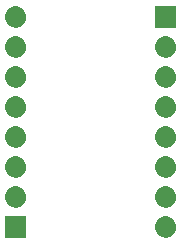
<source format=gbs>
%TF.GenerationSoftware,KiCad,Pcbnew,6.0.0-rc1-unknown-2c0fe8f~66~ubuntu18.04.1*%
%TF.CreationDate,2018-10-10T11:30:18+02:00*%
%TF.ProjectId,stspin220,73747370696E3232302E6B696361645F,rev?*%
%TF.SameCoordinates,Original*%
%TF.FileFunction,Soldermask,Bot*%
%TF.FilePolarity,Negative*%
%FSLAX46Y46*%
G04 Gerber Fmt 4.6, Leading zero omitted, Abs format (unit mm)*
G04 Created by KiCad (PCBNEW 6.0.0-rc1-unknown-2c0fe8f~66~ubuntu18.04.1) date Wed Oct 10 11:30:18 2018*
%MOMM*%
%LPD*%
G01*
G04 APERTURE LIST*
%ADD10C,0.100000*%
G04 APERTURE END LIST*
D10*
G36*
X149970443Y-113405519D02*
X150036627Y-113412037D01*
X150149853Y-113446384D01*
X150206467Y-113463557D01*
X150345087Y-113537652D01*
X150362991Y-113547222D01*
X150398729Y-113576552D01*
X150500186Y-113659814D01*
X150583448Y-113761271D01*
X150612778Y-113797009D01*
X150612779Y-113797011D01*
X150696443Y-113953533D01*
X150696443Y-113953534D01*
X150747963Y-114123373D01*
X150765359Y-114300000D01*
X150747963Y-114476627D01*
X150713616Y-114589853D01*
X150696443Y-114646467D01*
X150622348Y-114785087D01*
X150612778Y-114802991D01*
X150583448Y-114838729D01*
X150500186Y-114940186D01*
X150398729Y-115023448D01*
X150362991Y-115052778D01*
X150362989Y-115052779D01*
X150206467Y-115136443D01*
X150149853Y-115153616D01*
X150036627Y-115187963D01*
X149970442Y-115194482D01*
X149904260Y-115201000D01*
X149815740Y-115201000D01*
X149749558Y-115194482D01*
X149683373Y-115187963D01*
X149570147Y-115153616D01*
X149513533Y-115136443D01*
X149357011Y-115052779D01*
X149357009Y-115052778D01*
X149321271Y-115023448D01*
X149219814Y-114940186D01*
X149136552Y-114838729D01*
X149107222Y-114802991D01*
X149097652Y-114785087D01*
X149023557Y-114646467D01*
X149006384Y-114589853D01*
X148972037Y-114476627D01*
X148954641Y-114300000D01*
X148972037Y-114123373D01*
X149023557Y-113953534D01*
X149023557Y-113953533D01*
X149107221Y-113797011D01*
X149107222Y-113797009D01*
X149136552Y-113761271D01*
X149219814Y-113659814D01*
X149321271Y-113576552D01*
X149357009Y-113547222D01*
X149374913Y-113537652D01*
X149513533Y-113463557D01*
X149570147Y-113446384D01*
X149683373Y-113412037D01*
X149749557Y-113405519D01*
X149815740Y-113399000D01*
X149904260Y-113399000D01*
X149970443Y-113405519D01*
X149970443Y-113405519D01*
G37*
G36*
X138061000Y-115201000D02*
X136259000Y-115201000D01*
X136259000Y-113399000D01*
X138061000Y-113399000D01*
X138061000Y-115201000D01*
X138061000Y-115201000D01*
G37*
G36*
X149970442Y-110865518D02*
X150036627Y-110872037D01*
X150149853Y-110906384D01*
X150206467Y-110923557D01*
X150345087Y-110997652D01*
X150362991Y-111007222D01*
X150398729Y-111036552D01*
X150500186Y-111119814D01*
X150583448Y-111221271D01*
X150612778Y-111257009D01*
X150612779Y-111257011D01*
X150696443Y-111413533D01*
X150696443Y-111413534D01*
X150747963Y-111583373D01*
X150765359Y-111760000D01*
X150747963Y-111936627D01*
X150713616Y-112049853D01*
X150696443Y-112106467D01*
X150622348Y-112245087D01*
X150612778Y-112262991D01*
X150583448Y-112298729D01*
X150500186Y-112400186D01*
X150398729Y-112483448D01*
X150362991Y-112512778D01*
X150362989Y-112512779D01*
X150206467Y-112596443D01*
X150149853Y-112613616D01*
X150036627Y-112647963D01*
X149970442Y-112654482D01*
X149904260Y-112661000D01*
X149815740Y-112661000D01*
X149749558Y-112654482D01*
X149683373Y-112647963D01*
X149570147Y-112613616D01*
X149513533Y-112596443D01*
X149357011Y-112512779D01*
X149357009Y-112512778D01*
X149321271Y-112483448D01*
X149219814Y-112400186D01*
X149136552Y-112298729D01*
X149107222Y-112262991D01*
X149097652Y-112245087D01*
X149023557Y-112106467D01*
X149006384Y-112049853D01*
X148972037Y-111936627D01*
X148954641Y-111760000D01*
X148972037Y-111583373D01*
X149023557Y-111413534D01*
X149023557Y-111413533D01*
X149107221Y-111257011D01*
X149107222Y-111257009D01*
X149136552Y-111221271D01*
X149219814Y-111119814D01*
X149321271Y-111036552D01*
X149357009Y-111007222D01*
X149374913Y-110997652D01*
X149513533Y-110923557D01*
X149570147Y-110906384D01*
X149683373Y-110872037D01*
X149749558Y-110865518D01*
X149815740Y-110859000D01*
X149904260Y-110859000D01*
X149970442Y-110865518D01*
X149970442Y-110865518D01*
G37*
G36*
X137270442Y-110865518D02*
X137336627Y-110872037D01*
X137449853Y-110906384D01*
X137506467Y-110923557D01*
X137645087Y-110997652D01*
X137662991Y-111007222D01*
X137698729Y-111036552D01*
X137800186Y-111119814D01*
X137883448Y-111221271D01*
X137912778Y-111257009D01*
X137912779Y-111257011D01*
X137996443Y-111413533D01*
X137996443Y-111413534D01*
X138047963Y-111583373D01*
X138065359Y-111760000D01*
X138047963Y-111936627D01*
X138013616Y-112049853D01*
X137996443Y-112106467D01*
X137922348Y-112245087D01*
X137912778Y-112262991D01*
X137883448Y-112298729D01*
X137800186Y-112400186D01*
X137698729Y-112483448D01*
X137662991Y-112512778D01*
X137662989Y-112512779D01*
X137506467Y-112596443D01*
X137449853Y-112613616D01*
X137336627Y-112647963D01*
X137270442Y-112654482D01*
X137204260Y-112661000D01*
X137115740Y-112661000D01*
X137049558Y-112654482D01*
X136983373Y-112647963D01*
X136870147Y-112613616D01*
X136813533Y-112596443D01*
X136657011Y-112512779D01*
X136657009Y-112512778D01*
X136621271Y-112483448D01*
X136519814Y-112400186D01*
X136436552Y-112298729D01*
X136407222Y-112262991D01*
X136397652Y-112245087D01*
X136323557Y-112106467D01*
X136306384Y-112049853D01*
X136272037Y-111936627D01*
X136254641Y-111760000D01*
X136272037Y-111583373D01*
X136323557Y-111413534D01*
X136323557Y-111413533D01*
X136407221Y-111257011D01*
X136407222Y-111257009D01*
X136436552Y-111221271D01*
X136519814Y-111119814D01*
X136621271Y-111036552D01*
X136657009Y-111007222D01*
X136674913Y-110997652D01*
X136813533Y-110923557D01*
X136870147Y-110906384D01*
X136983373Y-110872037D01*
X137049558Y-110865518D01*
X137115740Y-110859000D01*
X137204260Y-110859000D01*
X137270442Y-110865518D01*
X137270442Y-110865518D01*
G37*
G36*
X149970443Y-108325519D02*
X150036627Y-108332037D01*
X150149853Y-108366384D01*
X150206467Y-108383557D01*
X150345087Y-108457652D01*
X150362991Y-108467222D01*
X150398729Y-108496552D01*
X150500186Y-108579814D01*
X150583448Y-108681271D01*
X150612778Y-108717009D01*
X150612779Y-108717011D01*
X150696443Y-108873533D01*
X150696443Y-108873534D01*
X150747963Y-109043373D01*
X150765359Y-109220000D01*
X150747963Y-109396627D01*
X150713616Y-109509853D01*
X150696443Y-109566467D01*
X150622348Y-109705087D01*
X150612778Y-109722991D01*
X150583448Y-109758729D01*
X150500186Y-109860186D01*
X150398729Y-109943448D01*
X150362991Y-109972778D01*
X150362989Y-109972779D01*
X150206467Y-110056443D01*
X150149853Y-110073616D01*
X150036627Y-110107963D01*
X149970443Y-110114481D01*
X149904260Y-110121000D01*
X149815740Y-110121000D01*
X149749557Y-110114481D01*
X149683373Y-110107963D01*
X149570147Y-110073616D01*
X149513533Y-110056443D01*
X149357011Y-109972779D01*
X149357009Y-109972778D01*
X149321271Y-109943448D01*
X149219814Y-109860186D01*
X149136552Y-109758729D01*
X149107222Y-109722991D01*
X149097652Y-109705087D01*
X149023557Y-109566467D01*
X149006384Y-109509853D01*
X148972037Y-109396627D01*
X148954641Y-109220000D01*
X148972037Y-109043373D01*
X149023557Y-108873534D01*
X149023557Y-108873533D01*
X149107221Y-108717011D01*
X149107222Y-108717009D01*
X149136552Y-108681271D01*
X149219814Y-108579814D01*
X149321271Y-108496552D01*
X149357009Y-108467222D01*
X149374913Y-108457652D01*
X149513533Y-108383557D01*
X149570147Y-108366384D01*
X149683373Y-108332037D01*
X149749557Y-108325519D01*
X149815740Y-108319000D01*
X149904260Y-108319000D01*
X149970443Y-108325519D01*
X149970443Y-108325519D01*
G37*
G36*
X137270443Y-108325519D02*
X137336627Y-108332037D01*
X137449853Y-108366384D01*
X137506467Y-108383557D01*
X137645087Y-108457652D01*
X137662991Y-108467222D01*
X137698729Y-108496552D01*
X137800186Y-108579814D01*
X137883448Y-108681271D01*
X137912778Y-108717009D01*
X137912779Y-108717011D01*
X137996443Y-108873533D01*
X137996443Y-108873534D01*
X138047963Y-109043373D01*
X138065359Y-109220000D01*
X138047963Y-109396627D01*
X138013616Y-109509853D01*
X137996443Y-109566467D01*
X137922348Y-109705087D01*
X137912778Y-109722991D01*
X137883448Y-109758729D01*
X137800186Y-109860186D01*
X137698729Y-109943448D01*
X137662991Y-109972778D01*
X137662989Y-109972779D01*
X137506467Y-110056443D01*
X137449853Y-110073616D01*
X137336627Y-110107963D01*
X137270443Y-110114481D01*
X137204260Y-110121000D01*
X137115740Y-110121000D01*
X137049557Y-110114481D01*
X136983373Y-110107963D01*
X136870147Y-110073616D01*
X136813533Y-110056443D01*
X136657011Y-109972779D01*
X136657009Y-109972778D01*
X136621271Y-109943448D01*
X136519814Y-109860186D01*
X136436552Y-109758729D01*
X136407222Y-109722991D01*
X136397652Y-109705087D01*
X136323557Y-109566467D01*
X136306384Y-109509853D01*
X136272037Y-109396627D01*
X136254641Y-109220000D01*
X136272037Y-109043373D01*
X136323557Y-108873534D01*
X136323557Y-108873533D01*
X136407221Y-108717011D01*
X136407222Y-108717009D01*
X136436552Y-108681271D01*
X136519814Y-108579814D01*
X136621271Y-108496552D01*
X136657009Y-108467222D01*
X136674913Y-108457652D01*
X136813533Y-108383557D01*
X136870147Y-108366384D01*
X136983373Y-108332037D01*
X137049557Y-108325519D01*
X137115740Y-108319000D01*
X137204260Y-108319000D01*
X137270443Y-108325519D01*
X137270443Y-108325519D01*
G37*
G36*
X137270443Y-105785519D02*
X137336627Y-105792037D01*
X137449853Y-105826384D01*
X137506467Y-105843557D01*
X137645087Y-105917652D01*
X137662991Y-105927222D01*
X137698729Y-105956552D01*
X137800186Y-106039814D01*
X137883448Y-106141271D01*
X137912778Y-106177009D01*
X137912779Y-106177011D01*
X137996443Y-106333533D01*
X137996443Y-106333534D01*
X138047963Y-106503373D01*
X138065359Y-106680000D01*
X138047963Y-106856627D01*
X138013616Y-106969853D01*
X137996443Y-107026467D01*
X137922348Y-107165087D01*
X137912778Y-107182991D01*
X137883448Y-107218729D01*
X137800186Y-107320186D01*
X137698729Y-107403448D01*
X137662991Y-107432778D01*
X137662989Y-107432779D01*
X137506467Y-107516443D01*
X137449853Y-107533616D01*
X137336627Y-107567963D01*
X137270443Y-107574481D01*
X137204260Y-107581000D01*
X137115740Y-107581000D01*
X137049557Y-107574481D01*
X136983373Y-107567963D01*
X136870147Y-107533616D01*
X136813533Y-107516443D01*
X136657011Y-107432779D01*
X136657009Y-107432778D01*
X136621271Y-107403448D01*
X136519814Y-107320186D01*
X136436552Y-107218729D01*
X136407222Y-107182991D01*
X136397652Y-107165087D01*
X136323557Y-107026467D01*
X136306384Y-106969853D01*
X136272037Y-106856627D01*
X136254641Y-106680000D01*
X136272037Y-106503373D01*
X136323557Y-106333534D01*
X136323557Y-106333533D01*
X136407221Y-106177011D01*
X136407222Y-106177009D01*
X136436552Y-106141271D01*
X136519814Y-106039814D01*
X136621271Y-105956552D01*
X136657009Y-105927222D01*
X136674913Y-105917652D01*
X136813533Y-105843557D01*
X136870147Y-105826384D01*
X136983373Y-105792037D01*
X137049557Y-105785519D01*
X137115740Y-105779000D01*
X137204260Y-105779000D01*
X137270443Y-105785519D01*
X137270443Y-105785519D01*
G37*
G36*
X149970443Y-105785519D02*
X150036627Y-105792037D01*
X150149853Y-105826384D01*
X150206467Y-105843557D01*
X150345087Y-105917652D01*
X150362991Y-105927222D01*
X150398729Y-105956552D01*
X150500186Y-106039814D01*
X150583448Y-106141271D01*
X150612778Y-106177009D01*
X150612779Y-106177011D01*
X150696443Y-106333533D01*
X150696443Y-106333534D01*
X150747963Y-106503373D01*
X150765359Y-106680000D01*
X150747963Y-106856627D01*
X150713616Y-106969853D01*
X150696443Y-107026467D01*
X150622348Y-107165087D01*
X150612778Y-107182991D01*
X150583448Y-107218729D01*
X150500186Y-107320186D01*
X150398729Y-107403448D01*
X150362991Y-107432778D01*
X150362989Y-107432779D01*
X150206467Y-107516443D01*
X150149853Y-107533616D01*
X150036627Y-107567963D01*
X149970443Y-107574481D01*
X149904260Y-107581000D01*
X149815740Y-107581000D01*
X149749557Y-107574481D01*
X149683373Y-107567963D01*
X149570147Y-107533616D01*
X149513533Y-107516443D01*
X149357011Y-107432779D01*
X149357009Y-107432778D01*
X149321271Y-107403448D01*
X149219814Y-107320186D01*
X149136552Y-107218729D01*
X149107222Y-107182991D01*
X149097652Y-107165087D01*
X149023557Y-107026467D01*
X149006384Y-106969853D01*
X148972037Y-106856627D01*
X148954641Y-106680000D01*
X148972037Y-106503373D01*
X149023557Y-106333534D01*
X149023557Y-106333533D01*
X149107221Y-106177011D01*
X149107222Y-106177009D01*
X149136552Y-106141271D01*
X149219814Y-106039814D01*
X149321271Y-105956552D01*
X149357009Y-105927222D01*
X149374913Y-105917652D01*
X149513533Y-105843557D01*
X149570147Y-105826384D01*
X149683373Y-105792037D01*
X149749557Y-105785519D01*
X149815740Y-105779000D01*
X149904260Y-105779000D01*
X149970443Y-105785519D01*
X149970443Y-105785519D01*
G37*
G36*
X149970443Y-103245519D02*
X150036627Y-103252037D01*
X150149853Y-103286384D01*
X150206467Y-103303557D01*
X150345087Y-103377652D01*
X150362991Y-103387222D01*
X150398729Y-103416552D01*
X150500186Y-103499814D01*
X150583448Y-103601271D01*
X150612778Y-103637009D01*
X150612779Y-103637011D01*
X150696443Y-103793533D01*
X150696443Y-103793534D01*
X150747963Y-103963373D01*
X150765359Y-104140000D01*
X150747963Y-104316627D01*
X150713616Y-104429853D01*
X150696443Y-104486467D01*
X150622348Y-104625087D01*
X150612778Y-104642991D01*
X150583448Y-104678729D01*
X150500186Y-104780186D01*
X150398729Y-104863448D01*
X150362991Y-104892778D01*
X150362989Y-104892779D01*
X150206467Y-104976443D01*
X150149853Y-104993616D01*
X150036627Y-105027963D01*
X149970442Y-105034482D01*
X149904260Y-105041000D01*
X149815740Y-105041000D01*
X149749557Y-105034481D01*
X149683373Y-105027963D01*
X149570147Y-104993616D01*
X149513533Y-104976443D01*
X149357011Y-104892779D01*
X149357009Y-104892778D01*
X149321271Y-104863448D01*
X149219814Y-104780186D01*
X149136552Y-104678729D01*
X149107222Y-104642991D01*
X149097652Y-104625087D01*
X149023557Y-104486467D01*
X149006384Y-104429853D01*
X148972037Y-104316627D01*
X148954641Y-104140000D01*
X148972037Y-103963373D01*
X149023557Y-103793534D01*
X149023557Y-103793533D01*
X149107221Y-103637011D01*
X149107222Y-103637009D01*
X149136552Y-103601271D01*
X149219814Y-103499814D01*
X149321271Y-103416552D01*
X149357009Y-103387222D01*
X149374913Y-103377652D01*
X149513533Y-103303557D01*
X149570147Y-103286384D01*
X149683373Y-103252037D01*
X149749558Y-103245518D01*
X149815740Y-103239000D01*
X149904260Y-103239000D01*
X149970443Y-103245519D01*
X149970443Y-103245519D01*
G37*
G36*
X137270443Y-103245519D02*
X137336627Y-103252037D01*
X137449853Y-103286384D01*
X137506467Y-103303557D01*
X137645087Y-103377652D01*
X137662991Y-103387222D01*
X137698729Y-103416552D01*
X137800186Y-103499814D01*
X137883448Y-103601271D01*
X137912778Y-103637009D01*
X137912779Y-103637011D01*
X137996443Y-103793533D01*
X137996443Y-103793534D01*
X138047963Y-103963373D01*
X138065359Y-104140000D01*
X138047963Y-104316627D01*
X138013616Y-104429853D01*
X137996443Y-104486467D01*
X137922348Y-104625087D01*
X137912778Y-104642991D01*
X137883448Y-104678729D01*
X137800186Y-104780186D01*
X137698729Y-104863448D01*
X137662991Y-104892778D01*
X137662989Y-104892779D01*
X137506467Y-104976443D01*
X137449853Y-104993616D01*
X137336627Y-105027963D01*
X137270442Y-105034482D01*
X137204260Y-105041000D01*
X137115740Y-105041000D01*
X137049557Y-105034481D01*
X136983373Y-105027963D01*
X136870147Y-104993616D01*
X136813533Y-104976443D01*
X136657011Y-104892779D01*
X136657009Y-104892778D01*
X136621271Y-104863448D01*
X136519814Y-104780186D01*
X136436552Y-104678729D01*
X136407222Y-104642991D01*
X136397652Y-104625087D01*
X136323557Y-104486467D01*
X136306384Y-104429853D01*
X136272037Y-104316627D01*
X136254641Y-104140000D01*
X136272037Y-103963373D01*
X136323557Y-103793534D01*
X136323557Y-103793533D01*
X136407221Y-103637011D01*
X136407222Y-103637009D01*
X136436552Y-103601271D01*
X136519814Y-103499814D01*
X136621271Y-103416552D01*
X136657009Y-103387222D01*
X136674913Y-103377652D01*
X136813533Y-103303557D01*
X136870147Y-103286384D01*
X136983373Y-103252037D01*
X137049558Y-103245518D01*
X137115740Y-103239000D01*
X137204260Y-103239000D01*
X137270443Y-103245519D01*
X137270443Y-103245519D01*
G37*
G36*
X149970443Y-100705519D02*
X150036627Y-100712037D01*
X150149853Y-100746384D01*
X150206467Y-100763557D01*
X150345087Y-100837652D01*
X150362991Y-100847222D01*
X150398729Y-100876552D01*
X150500186Y-100959814D01*
X150583448Y-101061271D01*
X150612778Y-101097009D01*
X150612779Y-101097011D01*
X150696443Y-101253533D01*
X150696443Y-101253534D01*
X150747963Y-101423373D01*
X150765359Y-101600000D01*
X150747963Y-101776627D01*
X150713616Y-101889853D01*
X150696443Y-101946467D01*
X150622348Y-102085087D01*
X150612778Y-102102991D01*
X150583448Y-102138729D01*
X150500186Y-102240186D01*
X150398729Y-102323448D01*
X150362991Y-102352778D01*
X150362989Y-102352779D01*
X150206467Y-102436443D01*
X150149853Y-102453616D01*
X150036627Y-102487963D01*
X149970442Y-102494482D01*
X149904260Y-102501000D01*
X149815740Y-102501000D01*
X149749558Y-102494482D01*
X149683373Y-102487963D01*
X149570147Y-102453616D01*
X149513533Y-102436443D01*
X149357011Y-102352779D01*
X149357009Y-102352778D01*
X149321271Y-102323448D01*
X149219814Y-102240186D01*
X149136552Y-102138729D01*
X149107222Y-102102991D01*
X149097652Y-102085087D01*
X149023557Y-101946467D01*
X149006384Y-101889853D01*
X148972037Y-101776627D01*
X148954641Y-101600000D01*
X148972037Y-101423373D01*
X149023557Y-101253534D01*
X149023557Y-101253533D01*
X149107221Y-101097011D01*
X149107222Y-101097009D01*
X149136552Y-101061271D01*
X149219814Y-100959814D01*
X149321271Y-100876552D01*
X149357009Y-100847222D01*
X149374913Y-100837652D01*
X149513533Y-100763557D01*
X149570147Y-100746384D01*
X149683373Y-100712037D01*
X149749557Y-100705519D01*
X149815740Y-100699000D01*
X149904260Y-100699000D01*
X149970443Y-100705519D01*
X149970443Y-100705519D01*
G37*
G36*
X137270443Y-100705519D02*
X137336627Y-100712037D01*
X137449853Y-100746384D01*
X137506467Y-100763557D01*
X137645087Y-100837652D01*
X137662991Y-100847222D01*
X137698729Y-100876552D01*
X137800186Y-100959814D01*
X137883448Y-101061271D01*
X137912778Y-101097009D01*
X137912779Y-101097011D01*
X137996443Y-101253533D01*
X137996443Y-101253534D01*
X138047963Y-101423373D01*
X138065359Y-101600000D01*
X138047963Y-101776627D01*
X138013616Y-101889853D01*
X137996443Y-101946467D01*
X137922348Y-102085087D01*
X137912778Y-102102991D01*
X137883448Y-102138729D01*
X137800186Y-102240186D01*
X137698729Y-102323448D01*
X137662991Y-102352778D01*
X137662989Y-102352779D01*
X137506467Y-102436443D01*
X137449853Y-102453616D01*
X137336627Y-102487963D01*
X137270442Y-102494482D01*
X137204260Y-102501000D01*
X137115740Y-102501000D01*
X137049558Y-102494482D01*
X136983373Y-102487963D01*
X136870147Y-102453616D01*
X136813533Y-102436443D01*
X136657011Y-102352779D01*
X136657009Y-102352778D01*
X136621271Y-102323448D01*
X136519814Y-102240186D01*
X136436552Y-102138729D01*
X136407222Y-102102991D01*
X136397652Y-102085087D01*
X136323557Y-101946467D01*
X136306384Y-101889853D01*
X136272037Y-101776627D01*
X136254641Y-101600000D01*
X136272037Y-101423373D01*
X136323557Y-101253534D01*
X136323557Y-101253533D01*
X136407221Y-101097011D01*
X136407222Y-101097009D01*
X136436552Y-101061271D01*
X136519814Y-100959814D01*
X136621271Y-100876552D01*
X136657009Y-100847222D01*
X136674913Y-100837652D01*
X136813533Y-100763557D01*
X136870147Y-100746384D01*
X136983373Y-100712037D01*
X137049557Y-100705519D01*
X137115740Y-100699000D01*
X137204260Y-100699000D01*
X137270443Y-100705519D01*
X137270443Y-100705519D01*
G37*
G36*
X149970443Y-98165519D02*
X150036627Y-98172037D01*
X150149853Y-98206384D01*
X150206467Y-98223557D01*
X150345087Y-98297652D01*
X150362991Y-98307222D01*
X150398729Y-98336552D01*
X150500186Y-98419814D01*
X150583448Y-98521271D01*
X150612778Y-98557009D01*
X150612779Y-98557011D01*
X150696443Y-98713533D01*
X150696443Y-98713534D01*
X150747963Y-98883373D01*
X150765359Y-99060000D01*
X150747963Y-99236627D01*
X150713616Y-99349853D01*
X150696443Y-99406467D01*
X150622348Y-99545087D01*
X150612778Y-99562991D01*
X150583448Y-99598729D01*
X150500186Y-99700186D01*
X150398729Y-99783448D01*
X150362991Y-99812778D01*
X150362989Y-99812779D01*
X150206467Y-99896443D01*
X150149853Y-99913616D01*
X150036627Y-99947963D01*
X149970443Y-99954481D01*
X149904260Y-99961000D01*
X149815740Y-99961000D01*
X149749557Y-99954481D01*
X149683373Y-99947963D01*
X149570147Y-99913616D01*
X149513533Y-99896443D01*
X149357011Y-99812779D01*
X149357009Y-99812778D01*
X149321271Y-99783448D01*
X149219814Y-99700186D01*
X149136552Y-99598729D01*
X149107222Y-99562991D01*
X149097652Y-99545087D01*
X149023557Y-99406467D01*
X149006384Y-99349853D01*
X148972037Y-99236627D01*
X148954641Y-99060000D01*
X148972037Y-98883373D01*
X149023557Y-98713534D01*
X149023557Y-98713533D01*
X149107221Y-98557011D01*
X149107222Y-98557009D01*
X149136552Y-98521271D01*
X149219814Y-98419814D01*
X149321271Y-98336552D01*
X149357009Y-98307222D01*
X149374913Y-98297652D01*
X149513533Y-98223557D01*
X149570147Y-98206384D01*
X149683373Y-98172037D01*
X149749557Y-98165519D01*
X149815740Y-98159000D01*
X149904260Y-98159000D01*
X149970443Y-98165519D01*
X149970443Y-98165519D01*
G37*
G36*
X137270443Y-98165519D02*
X137336627Y-98172037D01*
X137449853Y-98206384D01*
X137506467Y-98223557D01*
X137645087Y-98297652D01*
X137662991Y-98307222D01*
X137698729Y-98336552D01*
X137800186Y-98419814D01*
X137883448Y-98521271D01*
X137912778Y-98557009D01*
X137912779Y-98557011D01*
X137996443Y-98713533D01*
X137996443Y-98713534D01*
X138047963Y-98883373D01*
X138065359Y-99060000D01*
X138047963Y-99236627D01*
X138013616Y-99349853D01*
X137996443Y-99406467D01*
X137922348Y-99545087D01*
X137912778Y-99562991D01*
X137883448Y-99598729D01*
X137800186Y-99700186D01*
X137698729Y-99783448D01*
X137662991Y-99812778D01*
X137662989Y-99812779D01*
X137506467Y-99896443D01*
X137449853Y-99913616D01*
X137336627Y-99947963D01*
X137270443Y-99954481D01*
X137204260Y-99961000D01*
X137115740Y-99961000D01*
X137049557Y-99954481D01*
X136983373Y-99947963D01*
X136870147Y-99913616D01*
X136813533Y-99896443D01*
X136657011Y-99812779D01*
X136657009Y-99812778D01*
X136621271Y-99783448D01*
X136519814Y-99700186D01*
X136436552Y-99598729D01*
X136407222Y-99562991D01*
X136397652Y-99545087D01*
X136323557Y-99406467D01*
X136306384Y-99349853D01*
X136272037Y-99236627D01*
X136254641Y-99060000D01*
X136272037Y-98883373D01*
X136323557Y-98713534D01*
X136323557Y-98713533D01*
X136407221Y-98557011D01*
X136407222Y-98557009D01*
X136436552Y-98521271D01*
X136519814Y-98419814D01*
X136621271Y-98336552D01*
X136657009Y-98307222D01*
X136674913Y-98297652D01*
X136813533Y-98223557D01*
X136870147Y-98206384D01*
X136983373Y-98172037D01*
X137049557Y-98165519D01*
X137115740Y-98159000D01*
X137204260Y-98159000D01*
X137270443Y-98165519D01*
X137270443Y-98165519D01*
G37*
G36*
X137270442Y-95625518D02*
X137336627Y-95632037D01*
X137449853Y-95666384D01*
X137506467Y-95683557D01*
X137645087Y-95757652D01*
X137662991Y-95767222D01*
X137698729Y-95796552D01*
X137800186Y-95879814D01*
X137883448Y-95981271D01*
X137912778Y-96017009D01*
X137912779Y-96017011D01*
X137996443Y-96173533D01*
X137996443Y-96173534D01*
X138047963Y-96343373D01*
X138065359Y-96520000D01*
X138047963Y-96696627D01*
X138013616Y-96809853D01*
X137996443Y-96866467D01*
X137922348Y-97005087D01*
X137912778Y-97022991D01*
X137883448Y-97058729D01*
X137800186Y-97160186D01*
X137698729Y-97243448D01*
X137662991Y-97272778D01*
X137662989Y-97272779D01*
X137506467Y-97356443D01*
X137449853Y-97373616D01*
X137336627Y-97407963D01*
X137270442Y-97414482D01*
X137204260Y-97421000D01*
X137115740Y-97421000D01*
X137049558Y-97414482D01*
X136983373Y-97407963D01*
X136870147Y-97373616D01*
X136813533Y-97356443D01*
X136657011Y-97272779D01*
X136657009Y-97272778D01*
X136621271Y-97243448D01*
X136519814Y-97160186D01*
X136436552Y-97058729D01*
X136407222Y-97022991D01*
X136397652Y-97005087D01*
X136323557Y-96866467D01*
X136306384Y-96809853D01*
X136272037Y-96696627D01*
X136254641Y-96520000D01*
X136272037Y-96343373D01*
X136323557Y-96173534D01*
X136323557Y-96173533D01*
X136407221Y-96017011D01*
X136407222Y-96017009D01*
X136436552Y-95981271D01*
X136519814Y-95879814D01*
X136621271Y-95796552D01*
X136657009Y-95767222D01*
X136674913Y-95757652D01*
X136813533Y-95683557D01*
X136870147Y-95666384D01*
X136983373Y-95632037D01*
X137049558Y-95625518D01*
X137115740Y-95619000D01*
X137204260Y-95619000D01*
X137270442Y-95625518D01*
X137270442Y-95625518D01*
G37*
G36*
X150761000Y-97421000D02*
X148959000Y-97421000D01*
X148959000Y-95619000D01*
X150761000Y-95619000D01*
X150761000Y-97421000D01*
X150761000Y-97421000D01*
G37*
M02*

</source>
